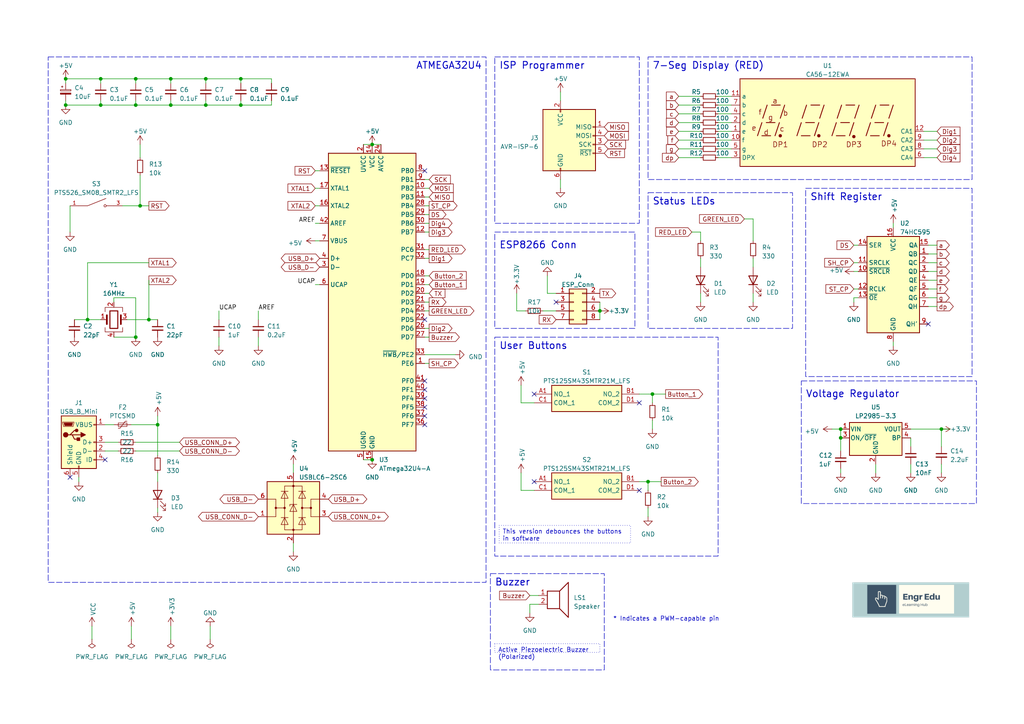
<source format=kicad_sch>
(kicad_sch (version 20230121) (generator eeschema)
  (paper "A4")
  (title_block (title "Arduino Uno Shield") (date "2023-03-22") (rev "1.0"))
  (junction (at 43.18 92.71))
  (junction (at 69.85 30.48))
  (junction (at 273.05 124.46))
  (junction (at 187.96 139.7))
  (junction (at 107.95 133.35))
  (junction (at 45.72 123.19))
  (junction (at 59.69 22.86))
  (junction (at 243.84 124.46))
  (junction (at 25.4 92.71))
  (junction (at 39.37 97.79))
  (junction (at 19.05 30.48))
  (junction (at 107.95 41.91))
  (junction (at 29.21 30.48))
  (junction (at 69.85 22.86))
  (junction (at 39.37 22.86))
  (junction (at 49.53 22.86))
  (junction (at 173.99 90.17))
  (junction (at 49.53 30.48))
  (junction (at 189.23 114.3))
  (junction (at 39.37 30.48))
  (junction (at 59.69 30.48))
  (junction (at 243.84 127))
  (junction (at 19.05 22.86))
  (junction (at 29.21 22.86))
  (junction (at 40.64 59.69))
  (no_connect (at 185.42 142.24))
  (no_connect (at 123.19 120.65))
  (no_connect (at 154.94 114.3))
  (no_connect (at 123.19 113.03))
  (no_connect (at 30.48 133.35))
  (no_connect (at 123.19 118.11))
  (no_connect (at 123.19 110.49))
  (no_connect (at 154.94 139.7))
  (no_connect (at 123.19 92.71))
  (no_connect (at 161.29 87.63))
  (no_connect (at 123.19 49.53))
  (no_connect (at 123.19 115.57))
  (no_connect (at 20.32 138.43))
  (no_connect (at 123.19 123.19))
  (no_connect (at 269.24 93.98))
  (no_connect (at 185.42 116.84))
  (wire (pts (xy 43.18 76.2) (xy 25.4 76.2)))
  (wire (pts (xy 19.05 30.48) (xy 19.05 29.21)))
  (wire (pts (xy 273.05 124.46) (xy 275.59 124.46)))
  (wire (pts (xy 25.4 92.71) (xy 29.21 92.71)))
  (wire (pts (xy 26.67 181.61) (xy 26.67 185.42)))
  (wire (pts (xy 259.08 99.06) (xy 259.08 100.33)))
  (wire (pts (xy 124.46 95.25) (xy 123.19 95.25)))
  (wire (pts (xy 187.96 139.7) (xy 187.96 142.24)))
  (wire (pts (xy 33.02 97.79) (xy 39.37 97.79)))
  (wire (pts (xy 208.28 33.02) (xy 212.09 33.02)))
  (wire (pts (xy 124.46 52.07) (xy 123.19 52.07)))
  (wire (pts (xy 162.56 54.61) (xy 162.56 52.07)))
  (wire (pts (xy 45.72 137.16) (xy 45.72 139.7)))
  (wire (pts (xy 60.96 181.61) (xy 60.96 185.42)))
  (wire (pts (xy 39.37 30.48) (xy 49.53 30.48)))
  (wire (pts (xy 153.67 175.26) (xy 153.67 177.8)))
  (wire (pts (xy 269.24 71.12) (xy 271.78 71.12)))
  (wire (pts (xy 29.21 22.86) (xy 29.21 24.13)))
  (wire (pts (xy 124.46 59.69) (xy 123.19 59.69)))
  (wire (pts (xy 187.96 139.7) (xy 191.77 139.7)))
  (wire (pts (xy 107.95 41.91) (xy 110.49 41.91)))
  (wire (pts (xy 157.48 90.17) (xy 161.29 90.17)))
  (wire (pts (xy 154.94 116.84) (xy 151.13 116.84)))
  (wire (pts (xy 43.18 81.28) (xy 43.18 92.71)))
  (wire (pts (xy 189.23 114.3) (xy 189.23 116.84)))
  (wire (pts (xy 91.44 49.53) (xy 92.71 49.53)))
  (wire (pts (xy 203.2 74.93) (xy 203.2 77.47)))
  (wire (pts (xy 124.46 54.61) (xy 123.19 54.61)))
  (wire (pts (xy 38.1 123.19) (xy 45.72 123.19)))
  (wire (pts (xy 29.21 30.48) (xy 39.37 30.48)))
  (wire (pts (xy 162.56 26.67) (xy 162.56 29.21)))
  (wire (pts (xy 43.18 92.71) (xy 45.72 92.71)))
  (wire (pts (xy 85.09 134.62) (xy 85.09 137.16)))
  (wire (pts (xy 247.65 76.2) (xy 248.92 76.2)))
  (wire (pts (xy 124.46 105.41) (xy 123.19 105.41)))
  (wire (pts (xy 40.64 41.91) (xy 40.64 45.72)))
  (wire (pts (xy 38.1 181.61) (xy 38.1 185.42)))
  (wire (pts (xy 49.53 30.48) (xy 49.53 29.21)))
  (wire (pts (xy 105.41 41.91) (xy 107.95 41.91)))
  (wire (pts (xy 49.53 22.86) (xy 49.53 24.13)))
  (wire (pts (xy 25.4 76.2) (xy 25.4 92.71)))
  (wire (pts (xy 196.85 33.02) (xy 203.2 33.02)))
  (wire (pts (xy 153.67 172.72) (xy 156.21 172.72)))
  (wire (pts (xy 173.99 90.17) (xy 173.99 92.71)))
  (wire (pts (xy 267.97 40.64) (xy 271.78 40.64)))
  (wire (pts (xy 91.44 82.55) (xy 92.71 82.55)))
  (wire (pts (xy 218.44 63.5) (xy 218.44 69.85)))
  (wire (pts (xy 49.53 181.61) (xy 49.53 185.42)))
  (wire (pts (xy 196.85 30.48) (xy 203.2 30.48)))
  (wire (pts (xy 40.64 50.8) (xy 40.64 59.69)))
  (wire (pts (xy 149.86 85.09) (xy 149.86 90.17)))
  (wire (pts (xy 248.92 86.36) (xy 247.65 86.36)))
  (wire (pts (xy 91.44 54.61) (xy 92.71 54.61)))
  (wire (pts (xy 91.44 69.85) (xy 92.71 69.85)))
  (wire (pts (xy 39.37 130.81) (xy 52.07 130.81)))
  (wire (pts (xy 218.44 74.93) (xy 218.44 77.47)))
  (wire (pts (xy 196.85 38.1) (xy 203.2 38.1)))
  (wire (pts (xy 78.74 30.48) (xy 78.74 29.21)))
  (wire (pts (xy 259.08 64.77) (xy 259.08 66.04)))
  (wire (pts (xy 215.9 63.5) (xy 218.44 63.5)))
  (wire (pts (xy 19.05 30.48) (xy 29.21 30.48)))
  (wire (pts (xy 74.93 100.33) (xy 74.93 97.79)))
  (wire (pts (xy 78.74 22.86) (xy 78.74 24.13)))
  (wire (pts (xy 124.46 74.93) (xy 123.19 74.93)))
  (wire (pts (xy 63.5 100.33) (xy 63.5 97.79)))
  (wire (pts (xy 196.85 40.64) (xy 203.2 40.64)))
  (wire (pts (xy 247.65 71.12) (xy 248.92 71.12)))
  (wire (pts (xy 254 137.16) (xy 254 134.62)))
  (wire (pts (xy 208.28 27.94) (xy 212.09 27.94)))
  (wire (pts (xy 45.72 123.19) (xy 45.72 132.08)))
  (wire (pts (xy 63.5 90.17) (xy 63.5 92.71)))
  (wire (pts (xy 189.23 114.3) (xy 193.04 114.3)))
  (wire (pts (xy 59.69 22.86) (xy 69.85 22.86)))
  (wire (pts (xy 124.46 82.55) (xy 123.19 82.55)))
  (wire (pts (xy 29.21 22.86) (xy 39.37 22.86)))
  (wire (pts (xy 49.53 22.86) (xy 59.69 22.86)))
  (wire (pts (xy 59.69 30.48) (xy 59.69 29.21)))
  (wire (pts (xy 273.05 124.46) (xy 273.05 129.54)))
  (wire (pts (xy 21.59 92.71) (xy 25.4 92.71)))
  (wire (pts (xy 218.44 85.09) (xy 218.44 87.63)))
  (wire (pts (xy 269.24 83.82) (xy 271.78 83.82)))
  (wire (pts (xy 267.97 43.18) (xy 271.78 43.18)))
  (wire (pts (xy 243.84 124.46) (xy 243.84 127)))
  (wire (pts (xy 39.37 22.86) (xy 39.37 24.13)))
  (wire (pts (xy 124.46 80.01) (xy 123.19 80.01)))
  (wire (pts (xy 124.46 67.31) (xy 123.19 67.31)))
  (wire (pts (xy 247.65 78.74) (xy 248.92 78.74)))
  (wire (pts (xy 39.37 128.27) (xy 52.07 128.27)))
  (wire (pts (xy 39.37 86.36) (xy 33.02 86.36)))
  (wire (pts (xy 185.42 114.3) (xy 189.23 114.3)))
  (wire (pts (xy 39.37 97.79) (xy 39.37 86.36)))
  (wire (pts (xy 124.46 87.63) (xy 123.19 87.63)))
  (wire (pts (xy 208.28 35.56) (xy 212.09 35.56)))
  (wire (pts (xy 59.69 30.48) (xy 69.85 30.48)))
  (wire (pts (xy 35.56 59.69) (xy 40.64 59.69)))
  (wire (pts (xy 152.4 90.17) (xy 149.86 90.17)))
  (wire (pts (xy 59.69 22.86) (xy 59.69 24.13)))
  (wire (pts (xy 30.48 130.81) (xy 34.29 130.81)))
  (wire (pts (xy 243.84 127) (xy 243.84 130.81)))
  (wire (pts (xy 132.08 102.87) (xy 123.19 102.87)))
  (wire (pts (xy 39.37 22.86) (xy 49.53 22.86)))
  (wire (pts (xy 196.85 45.72) (xy 203.2 45.72)))
  (wire (pts (xy 156.21 175.26) (xy 153.67 175.26)))
  (wire (pts (xy 124.46 62.23) (xy 123.19 62.23)))
  (wire (pts (xy 105.41 133.35) (xy 107.95 133.35)))
  (wire (pts (xy 36.83 92.71) (xy 43.18 92.71)))
  (wire (pts (xy 273.05 134.62) (xy 273.05 137.16)))
  (wire (pts (xy 33.02 86.36) (xy 33.02 87.63)))
  (wire (pts (xy 124.46 72.39) (xy 123.19 72.39)))
  (wire (pts (xy 161.29 85.09) (xy 158.75 85.09)))
  (wire (pts (xy 124.46 85.09) (xy 123.19 85.09)))
  (wire (pts (xy 69.85 22.86) (xy 78.74 22.86)))
  (wire (pts (xy 158.75 80.01) (xy 158.75 85.09)))
  (wire (pts (xy 69.85 30.48) (xy 69.85 29.21)))
  (wire (pts (xy 40.64 59.69) (xy 43.18 59.69)))
  (wire (pts (xy 247.65 86.36) (xy 247.65 87.63)))
  (wire (pts (xy 208.28 43.18) (xy 212.09 43.18)))
  (wire (pts (xy 269.24 76.2) (xy 271.78 76.2)))
  (wire (pts (xy 69.85 30.48) (xy 78.74 30.48)))
  (wire (pts (xy 208.28 30.48) (xy 212.09 30.48)))
  (wire (pts (xy 196.85 35.56) (xy 203.2 35.56)))
  (wire (pts (xy 185.42 139.7) (xy 187.96 139.7)))
  (wire (pts (xy 208.28 40.64) (xy 212.09 40.64)))
  (wire (pts (xy 124.46 57.15) (xy 123.19 57.15)))
  (wire (pts (xy 241.3 124.46) (xy 243.84 124.46)))
  (wire (pts (xy 189.23 121.92) (xy 189.23 124.46)))
  (wire (pts (xy 19.05 22.86) (xy 29.21 22.86)))
  (wire (pts (xy 22.86 139.7) (xy 22.86 138.43)))
  (wire (pts (xy 124.46 64.77) (xy 123.19 64.77)))
  (wire (pts (xy 269.24 78.74) (xy 271.78 78.74)))
  (wire (pts (xy 267.97 45.72) (xy 271.78 45.72)))
  (wire (pts (xy 91.44 59.69) (xy 92.71 59.69)))
  (wire (pts (xy 269.24 81.28) (xy 271.78 81.28)))
  (wire (pts (xy 151.13 116.84) (xy 151.13 111.76)))
  (wire (pts (xy 74.93 90.17) (xy 74.93 92.71)))
  (wire (pts (xy 269.24 73.66) (xy 271.78 73.66)))
  (wire (pts (xy 30.48 123.19) (xy 33.02 123.19)))
  (wire (pts (xy 29.21 30.48) (xy 29.21 29.21)))
  (wire (pts (xy 187.96 147.32) (xy 187.96 149.86)))
  (wire (pts (xy 196.85 27.94) (xy 203.2 27.94)))
  (wire (pts (xy 196.85 43.18) (xy 203.2 43.18)))
  (wire (pts (xy 273.05 124.46) (xy 264.16 124.46)))
  (wire (pts (xy 243.84 137.16) (xy 243.84 135.89)))
  (wire (pts (xy 45.72 120.65) (xy 45.72 123.19)))
  (wire (pts (xy 264.16 127) (xy 264.16 129.54)))
  (wire (pts (xy 124.46 90.17) (xy 123.19 90.17)))
  (wire (pts (xy 45.72 147.32) (xy 45.72 148.59)))
  (wire (pts (xy 91.44 64.77) (xy 92.71 64.77)))
  (wire (pts (xy 203.2 67.31) (xy 203.2 69.85)))
  (wire (pts (xy 124.46 97.79) (xy 123.19 97.79)))
  (wire (pts (xy 203.2 85.09) (xy 203.2 87.63)))
  (wire (pts (xy 20.32 59.69) (xy 20.32 67.31)))
  (wire (pts (xy 85.09 160.02) (xy 85.09 157.48)))
  (wire (pts (xy 69.85 22.86) (xy 69.85 24.13)))
  (wire (pts (xy 151.13 142.24) (xy 151.13 137.16)))
  (wire (pts (xy 19.05 22.86) (xy 19.05 24.13)))
  (wire (pts (xy 208.28 38.1) (xy 212.09 38.1)))
  (wire (pts (xy 269.24 88.9) (xy 271.78 88.9)))
  (wire (pts (xy 267.97 38.1) (xy 271.78 38.1)))
  (wire (pts (xy 154.94 142.24) (xy 151.13 142.24)))
  (wire (pts (xy 173.99 87.63) (xy 173.99 90.17)))
  (wire (pts (xy 247.65 83.82) (xy 248.92 83.82)))
  (wire (pts (xy 39.37 30.48) (xy 39.37 29.21)))
  (wire (pts (xy 200.66 67.31) (xy 203.2 67.31)))
  (wire (pts (xy 30.48 128.27) (xy 34.29 128.27)))
  (wire (pts (xy 264.16 134.62) (xy 264.16 137.16)))
  (wire (pts (xy 269.24 86.36) (xy 271.78 86.36)))
  (wire (pts (xy 49.53 30.48) (xy 59.69 30.48)))
  (wire (pts (xy 208.28 45.72) (xy 212.09 45.72)))
  (rectangle (start 143.51 16.51) (end 185.42 64.77) (stroke (width 0) (type dash)))
  (rectangle (start 232.41 110.49) (end 283.21 146.05) (stroke (width 0) (type dash)))
  (rectangle (start 187.96 55.88) (end 229.87 95.25) (stroke (width 0) (type dash)))
  (rectangle (start 142.24 166.37) (end 175.26 194.31) (stroke (width 0) (type dash)))
  (rectangle (start 143.51 67.31) (end 184.15 95.25) (stroke (width 0) (type dash)))
  (rectangle (start 143.51 97.79) (end 208.28 161.29) (stroke (width 0) (type dash)))
  (rectangle (start 233.68 54.61) (end 281.94 109.22) (stroke (width 0) (type dash)))
  (rectangle (start 13.97 16.51) (end 140.97 168.91) (stroke (width 0) (type dash)))
  (rectangle (start 187.96 16.51) (end 281.94 52.07) (stroke (width 0) (type dash)))
  (image (at 264.16 173.99) (scale 0.800628))
  (text_box "Active Piezoelectric Buzzer\n(Polarized)" (at 143.51 186.69 0) (size 30.48 2.54) (stroke (width 0) (type dot)) (effects (font (size 1.27 1.27)) (justify left top)))
  (text_box "This version debounces the buttons\nin software" (at 144.78 152.4 0) (size 38.1 5.08) (stroke (width 0) (type dot)) (effects (font (size 1.27 1.27)) (justify left top)))
  (text "Shift Register" (at 234.95 58.42 0) (effects (font (size 2 2) (thickness 0.254) bold) (justify left bottom)))
  (text "ESP8266 Conn" (at 144.78 72.39 0) (effects (font (size 2 2) (thickness 0.254) bold) (justify left bottom)))
  (text "Voltage Regulator" (at 233.68 115.57 0) (effects (font (size 2 2) (thickness 0.254) bold) (justify left bottom)))
  (text "ISP Programmer" (at 144.78 20.32 0) (effects (font (size 2 2) (thickness 0.254) bold) (justify left bottom)))
  (text "Status LEDs" (at 189.23 59.69 0) (effects (font (size 2 2) (thickness 0.254) bold) (justify left bottom)))
  (text "ATMEGA32U4" (at 120.65 20.32 0) (effects (font (size 2 2) (thickness 0.254) bold) (justify left bottom)))
  (text "User Buttons" (at 144.78 101.6 0) (effects (font (size 2 2) (thickness 0.254) bold) (justify left bottom)))
  (text "Buzzer" (at 143.51 170.18 0) (effects (font (size 2 2) (thickness 0.254) bold) (justify left bottom)))
  (text "* Indicates a PWM-capable pin" (at 177.8 180.34 0) (effects (font (size 1.27 1.27)) (justify left bottom)))
  (text "7-Seg Display (RED)" (at 189.23 20.32 0) (effects (font (size 2 2) (thickness 0.254) bold) (justify left bottom)))
  (label "AREF" (at 91.44 64.77 180))
  (label "UCAP" (at 63.5 90.17 0))
  (label "AREF" (at 74.93 90.17 0))
  (label "UCAP" (at 91.44 82.55 180))
  (global_label "SCK" (shape input) (at 124.46 52.07 0) (property "Intersheetrefs" "${INTERSHEET_REFS}" (effects hide)))
  (global_label "e" (shape output) (at 271.78 81.28 0) (property "Intersheetrefs" "${INTERSHEET_REFS}" (effects hide)))
  (global_label "Button_1" (shape output) (at 193.04 114.3 0) (property "Intersheetrefs" "${INTERSHEET_REFS}" (effects hide)))
  (global_label "MOSI" (shape input) (at 175.26 39.37 0) (property "Intersheetrefs" "${INTERSHEET_REFS}" (effects hide)))
  (global_label "Button_1" (shape input) (at 124.46 82.55 0) (property "Intersheetrefs" "${INTERSHEET_REFS}" (effects hide)))
  (global_label "g" (shape output) (at 271.78 86.36 0) (property "Intersheetrefs" "${INTERSHEET_REFS}" (effects hide)))
  (global_label "USB_D-" (shape bidirectional) (at 74.93 144.78 180) (property "Intersheetrefs" "${INTERSHEET_REFS}" (effects hide)))
  (global_label "TX" (shape output) (at 173.99 85.09 0) (property "Intersheetrefs" "${INTERSHEET_REFS}" (effects hide)))
  (global_label "USB_CONN_D-" (shape bidirectional) (at 74.93 149.86 180) (property "Intersheetrefs" "${INTERSHEET_REFS}" (effects hide)))
  (global_label "dp" (shape output) (at 271.78 88.9 0) (property "Intersheetrefs" "${INTERSHEET_REFS}" (effects hide)))
  (global_label "XTAL2" (shape output) (at 43.18 81.28 0) (property "Intersheetrefs" "${INTERSHEET_REFS}" (effects hide)))
  (global_label "TX" (shape input) (at 124.46 85.09 0) (property "Intersheetrefs" "${INTERSHEET_REFS}" (effects hide)))
  (global_label "ST_CP" (shape output) (at 124.46 59.69 0) (property "Intersheetrefs" "${INTERSHEET_REFS}" (effects hide)))
  (global_label "b" (shape input) (at 196.85 30.48 180) (property "Intersheetrefs" "${INTERSHEET_REFS}" (effects hide)))
  (global_label "f" (shape output) (at 271.78 83.82 0) (property "Intersheetrefs" "${INTERSHEET_REFS}" (effects hide)))
  (global_label "ST_CP" (shape input) (at 247.65 83.82 180) (property "Intersheetrefs" "${INTERSHEET_REFS}" (effects hide)))
  (global_label "RX" (shape input) (at 161.29 92.71 180) (property "Intersheetrefs" "${INTERSHEET_REFS}" (effects hide)))
  (global_label "d" (shape input) (at 196.85 35.56 180) (property "Intersheetrefs" "${INTERSHEET_REFS}" (effects hide)))
  (global_label "a" (shape input) (at 196.85 27.94 180) (property "Intersheetrefs" "${INTERSHEET_REFS}" (effects hide)))
  (global_label "MOSI" (shape input) (at 124.46 54.61 0) (property "Intersheetrefs" "${INTERSHEET_REFS}" (effects hide)))
  (global_label "c" (shape output) (at 271.78 76.2 0) (property "Intersheetrefs" "${INTERSHEET_REFS}" (effects hide)))
  (global_label "Dig1" (shape output) (at 124.46 74.93 0) (property "Intersheetrefs" "${INTERSHEET_REFS}" (effects hide)))
  (global_label "RST" (shape output) (at 43.18 59.69 0) (property "Intersheetrefs" "${INTERSHEET_REFS}" (effects hide)))
  (global_label "Buzzer" (shape output) (at 124.46 97.79 0) (property "Intersheetrefs" "${INTERSHEET_REFS}" (effects hide)))
  (global_label "USB_D+" (shape bidirectional) (at 95.25 144.78 0) (property "Intersheetrefs" "${INTERSHEET_REFS}" (effects hide)))
  (global_label "g" (shape input) (at 196.85 43.18 180) (property "Intersheetrefs" "${INTERSHEET_REFS}" (effects hide)))
  (global_label "Button_2" (shape input) (at 124.46 80.01 0) (property "Intersheetrefs" "${INTERSHEET_REFS}" (effects hide)))
  (global_label "Dig1" (shape input) (at 271.78 38.1 0) (property "Intersheetrefs" "${INTERSHEET_REFS}" (effects hide)))
  (global_label "USB_CONN_D-" (shape bidirectional) (at 52.07 130.81 0) (property "Intersheetrefs" "${INTERSHEET_REFS}" (effects hide)))
  (global_label "Dig4" (shape output) (at 124.46 64.77 0) (property "Intersheetrefs" "${INTERSHEET_REFS}" (effects hide)))
  (global_label "XTAL1" (shape output) (at 43.18 76.2 0) (property "Intersheetrefs" "${INTERSHEET_REFS}" (effects hide)))
  (global_label "GREEN_LED" (shape input) (at 215.9 63.5 180) (property "Intersheetrefs" "${INTERSHEET_REFS}" (effects hide)))
  (global_label "a" (shape output) (at 271.78 71.12 0) (property "Intersheetrefs" "${INTERSHEET_REFS}" (effects hide)))
  (global_label "SH_CP" (shape output) (at 124.46 105.41 0) (property "Intersheetrefs" "${INTERSHEET_REFS}" (effects hide)))
  (global_label "Dig2" (shape input) (at 271.78 40.64 0) (property "Intersheetrefs" "${INTERSHEET_REFS}" (effects hide)))
  (global_label "Dig3" (shape output) (at 124.46 67.31 0) (property "Intersheetrefs" "${INTERSHEET_REFS}" (effects hide)))
  (global_label "USB_D+" (shape bidirectional) (at 92.71 74.93 180) (property "Intersheetrefs" "${INTERSHEET_REFS}" (effects hide)))
  (global_label "DS" (shape input) (at 247.65 71.12 180) (property "Intersheetrefs" "${INTERSHEET_REFS}" (effects hide)))
  (global_label "SH_CP" (shape input) (at 247.65 76.2 180) (property "Intersheetrefs" "${INTERSHEET_REFS}" (effects hide)))
  (global_label "Button_2" (shape output) (at 191.77 139.7 0) (property "Intersheetrefs" "${INTERSHEET_REFS}" (effects hide)))
  (global_label "Dig4" (shape input) (at 271.78 45.72 0) (property "Intersheetrefs" "${INTERSHEET_REFS}" (effects hide)))
  (global_label "RST" (shape input) (at 91.44 49.53 180) (property "Intersheetrefs" "${INTERSHEET_REFS}" (effects hide)))
  (global_label "MISO" (shape input) (at 175.26 36.83 0) (property "Intersheetrefs" "${INTERSHEET_REFS}" (effects hide)))
  (global_label "USB_CONN_D+" (shape bidirectional) (at 95.25 149.86 0) (property "Intersheetrefs" "${INTERSHEET_REFS}" (effects hide)))
  (global_label "c" (shape input) (at 196.85 33.02 180) (property "Intersheetrefs" "${INTERSHEET_REFS}" (effects hide)))
  (global_label "Dig2" (shape output) (at 124.46 95.25 0) (property "Intersheetrefs" "${INTERSHEET_REFS}" (effects hide)))
  (global_label "dp" (shape input) (at 196.85 45.72 180) (property "Intersheetrefs" "${INTERSHEET_REFS}" (effects hide)))
  (global_label "RX" (shape output) (at 124.46 87.63 0) (property "Intersheetrefs" "${INTERSHEET_REFS}" (effects hide)))
  (global_label "Dig3" (shape input) (at 271.78 43.18 0) (property "Intersheetrefs" "${INTERSHEET_REFS}" (effects hide)))
  (global_label "Buzzer" (shape input) (at 153.67 172.72 180) (property "Intersheetrefs" "${INTERSHEET_REFS}" (effects hide)))
  (global_label "XTAL2" (shape input) (at 91.44 59.69 180) (property "Intersheetrefs" "${INTERSHEET_REFS}" (effects hide)))
  (global_label "MISO" (shape input) (at 124.46 57.15 0) (property "Intersheetrefs" "${INTERSHEET_REFS}" (effects hide)))
  (global_label "RED_LED" (shape output) (at 124.46 72.39 0) (property "Intersheetrefs" "${INTERSHEET_REFS}" (effects hide)))
  (global_label "d" (shape output) (at 271.78 78.74 0) (property "Intersheetrefs" "${INTERSHEET_REFS}" (effects hide)))
  (global_label "SCK" (shape input) (at 175.26 41.91 0) (property "Intersheetrefs" "${INTERSHEET_REFS}" (effects hide)))
  (global_label "e" (shape input) (at 196.85 38.1 180) (property "Intersheetrefs" "${INTERSHEET_REFS}" (effects hide)))
  (global_label "DS" (shape output) (at 124.46 62.23 0) (property "Intersheetrefs" "${INTERSHEET_REFS}" (effects hide)))
  (global_label "GREEN_LED" (shape output) (at 124.46 90.17 0) (property "Intersheetrefs" "${INTERSHEET_REFS}" (effects hide)))
  (global_label "f" (shape input) (at 196.85 40.64 180) (property "Intersheetrefs" "${INTERSHEET_REFS}" (effects hide)))
  (global_label "USB_D-" (shape bidirectional) (at 92.71 77.47 180) (property "Intersheetrefs" "${INTERSHEET_REFS}" (effects hide)))
  (global_label "RST" (shape input) (at 175.26 44.45 0) (property "Intersheetrefs" "${INTERSHEET_REFS}" (effects hide)))
  (global_label "XTAL1" (shape input) (at 91.44 54.61 180) (property "Intersheetrefs" "${INTERSHEET_REFS}" (effects hide)))
  (global_label "b" (shape output) (at 271.78 73.66 0) (property "Intersheetrefs" "${INTERSHEET_REFS}" (effects hide)))
  (global_label "USB_CONN_D+" (shape bidirectional) (at 52.07 128.27 0) (property "Intersheetrefs" "${INTERSHEET_REFS}" (effects hide)))
  (global_label "RED_LED" (shape input) (at 200.66 67.31 180) (property "Intersheetrefs" "${INTERSHEET_REFS}" (effects hide)))
  (symbol (lib_id "power:+5V") (at 151.13 137.16 0) (unit 1)
    (property "Reference" "#PWR014" (effects hide))
    (property "Value" "+5V" (at 151.4856 134.112 90) (effects (justify left)))
  )
  (symbol (lib_name "+5V_1") (lib_id "power:+5V") (at 40.64 41.91 0) (unit 1)
    (property "Reference" "#PWR02" (effects hide))
    (property "Value" "+5V" (at 40.64 38.1 0))
  )
  (symbol (lib_id "74xx:74HC595") (at 259.08 81.28 0) (unit 1)
    (property "Reference" "U2" (at 261.0359 64.77 0) (effects (justify left)))
    (property "Value" "74HC595" (at 261.0359 67.31 0) (effects (justify left)))
    (property "Footprint" "Package_SO:TSSOP-16_4.4x5mm_P0.65mm" (effects hide))
    (property "Datasheet" "http://www.ti.com/lit/ds/symlink/sn74hc595.pdf" (effects hide))
  )
  (symbol (lib_id "power:PWR_FLAG") (at 26.67 185.42 180) (unit 1)
    (property "Reference" "#FLG01" (effects hide))
    (property "Value" "PWR_FLAG" (at 26.67 190.5 0))
  )
  (symbol (lib_id "power:GND") (at 19.05 30.48 0) (unit 1)
    (property "Reference" "#PWR024" (effects hide))
    (property "Value" "GND" (at 19.05 35.56 0))
  )
  (symbol (lib_id "Device:LED") (at 203.2 81.28 90) (unit 1)
    (property "Reference" "D1" (at 207.01 82.2325 90) (effects (justify right)))
    (property "Value" "LED" (at 207.01 84.7725 90) (effects (justify right)))
    (property "Footprint" "LED_SMD:LED_0805_2012Metric" (effects hide))
  )
  (symbol (lib_name "GND_1") (lib_id "power:GND") (at 85.09 160.02 0) (unit 1)
    (property "Reference" "#PWR032" (effects hide))
    (property "Value" "GND" (at 85.09 165.1 0))
  )
  (symbol (lib_id "Device:R_Small") (at 36.83 128.27 90) (unit 1)
    (property "Reference" "R15" (at 36.83 125.73 90))
    (property "Value" "22" (at 36.83 128.27 90))
    (property "Footprint" "Resistor_SMD:R_0603_1608Metric" (effects hide))
  )
  (symbol (lib_id "power:+5V") (at 85.09 134.62 0) (unit 1)
    (property "Reference" "#PWR031" (effects hide))
    (property "Value" "+5V" (at 85.4456 131.572 90) (effects (justify left)))
  )
  (symbol (lib_id "power:GND") (at 132.08 102.87 90) (unit 1)
    (property "Reference" "#PWR044" (effects hide))
    (property "Value" "GND" (at 135.89 103.505 90) (effects (justify right)))
  )
  (symbol (lib_id "Device:C_Small") (at 21.59 95.25 0) (unit 1)
    (property "Reference" "C2" (at 24.13 94.6213 0) (effects (justify left)))
    (property "Value" "22pF" (at 24.13 97.1613 0) (effects (justify left)))
    (property "Footprint" "Capacitor_SMD:C_0603_1608Metric" (effects hide))
  )
  (symbol (lib_id "PTS125_SMD_Button:PTS125SM43SMTR21M_LFS") (at 154.94 139.7 0) (unit 1)
    (property "Reference" "S2" (at 170.18 133.35 0))
    (property "Value" "PTS125SM43SMTR21M_LFS" (at 170.18 135.89 0))
    (property "Footprint" "PTS125_SMD_Button:PTS125_SMD_Button" (effects hide))
    (property "Datasheet" "https://www.ckswitches.com/media/1462/pts125.pdf" (effects hide))
    (property "Height" "4.3" (effects hide))
    (property "Manufacturer_Name" "C & K COMPONENTS" (effects hide))
    (property "Manufacturer_Part_Number" "PTS125SM43SMTR21M LFS" (effects hide))
    (property "Mouser Part Number" "611-PTS125S43SMTRLFS" (effects hide))
    (property "Mouser Price/Stock" "https://www.mouser.co.uk/ProductDetail/CK/PTS125SM43SMTR21M-LFS?qs=t7xnP681wgUNXpRGJY2Vkw%3D%3D" (effects hide))
  )
  (symbol (lib_id "power:GND") (at 45.72 97.79 0) (unit 1)
    (property "Reference" "#PWR04" (effects hide))
    (property "Value" "GND" (at 45.72 102.87 0))
  )
  (symbol (lib_id "Connector_Generic:Conn_02x04_Odd_Even") (at 166.37 87.63 0) (unit 1)
    (property "Reference" "J4" (at 167.64 80.01 0))
    (property "Value" "ESP_Conn" (at 167.64 82.55 0))
    (property "Footprint" "Connector_PinSocket_2.54mm:PinSocket_2x04_P2.54mm_Vertical" (effects hide))
  )
  (symbol (lib_id "PTS125_SMD_Button:PTS125SM43SMTR21M_LFS") (at 154.94 114.3 0) (unit 1)
    (property "Reference" "S1" (at 170.18 107.95 0))
    (property "Value" "PTS125SM43SMTR21M_LFS" (at 170.18 110.49 0))
    (property "Footprint" "PTS125_SMD_Button:PTS125_SMD_Button" (effects hide))
    (property "Datasheet" "https://www.ckswitches.com/media/1462/pts125.pdf" (effects hide))
    (property "Height" "4.3" (effects hide))
    (property "Manufacturer_Name" "C & K COMPONENTS" (effects hide))
    (property "Manufacturer_Part_Number" "PTS125SM43SMTR21M LFS" (effects hide))
    (property "Mouser Part Number" "611-PTS125S43SMTRLFS" (effects hide))
    (property "Mouser Price/Stock" "https://www.mouser.co.uk/ProductDetail/CK/PTS125SM43SMTR21M-LFS?qs=t7xnP681wgUNXpRGJY2Vkw%3D%3D" (effects hide))
  )
  (symbol (lib_id "Device:C_Small") (at 29.21 26.67 0) (unit 1)
    (property "Reference" "C3" (at 31.75 26.0413 0) (effects (justify left)))
    (property "Value" "0.1uF" (at 31.75 28.5813 0) (effects (justify left)))
    (property "Footprint" "Capacitor_SMD:C_0603_1608Metric" (effects hide))
  )
  (symbol (lib_id "power:+3.3V") (at 173.99 90.17 270) (unit 1)
    (property "Reference" "#PWR035" (effects hide))
    (property "Value" "+3.3V" (at 176.53 90.17 90) (effects (justify left)))
  )
  (symbol (lib_id "Power_Protection:USBLC6-2SC6") (at 85.09 147.32 0) (unit 1)
    (property "Reference" "U4" (at 86.7411 135.89 0) (effects (justify left)))
    (property "Value" "USBLC6-2SC6" (at 86.7411 138.43 0) (effects (justify left)))
    (property "Footprint" "Package_TO_SOT_SMD:SOT-23-6" (effects hide))
    (property "Datasheet" "https://www.st.com/resource/en/datasheet/usblc6-2.pdf" (effects hide))
  )
  (symbol (lib_id "Device:R_Small") (at 45.72 134.62 0) (unit 1)
    (property "Reference" "R14" (at 48.26 133.985 0) (effects (justify left)))
    (property "Value" "330" (at 48.26 136.525 0) (effects (justify left)))
    (property "Footprint" "Resistor_SMD:R_0805_2012Metric" (effects hide))
  )
  (symbol (lib_id "MCU_Microchip_ATmega:ATmega32U4-A") (at 107.95 87.63 0) (unit 1)
    (property "Reference" "U3" (at 109.9059 133.35 0) (effects (justify left)))
    (property "Value" "ATmega32U4-A" (at 109.9059 135.89 0) (effects (justify left)))
    (property "Footprint" "Package_QFP:TQFP-44_10x10mm_P0.8mm" (effects hide))
    (property "Datasheet" "http://ww1.microchip.com/downloads/en/DeviceDoc/Atmel-7766-8-bit-AVR-ATmega16U4-32U4_Datasheet.pdf" (effects hide))
  )
  (symbol (lib_id "Device:C_Small") (at 69.85 26.67 0) (unit 1)
    (property "Reference" "C8" (at 72.39 26.0413 0) (effects (justify left)))
    (property "Value" "0.1uF" (at 72.39 28.5813 0) (effects (justify left)))
    (property "Footprint" "Capacitor_SMD:C_0603_1608Metric" (effects hide))
  )
  (symbol (lib_id "power:GND") (at 264.16 137.16 0) (unit 1)
    (property "Reference" "#PWR042" (effects hide))
    (property "Value" "GND" (at 264.16 142.24 0))
  )
  (symbol (lib_id "Device:C_Small") (at 49.53 26.67 0) (unit 1)
    (property "Reference" "C6" (at 52.07 26.0413 0) (effects (justify left)))
    (property "Value" "0.1uF" (at 52.07 28.5813 0) (effects (justify left)))
    (property "Footprint" "Capacitor_SMD:C_0603_1608Metric" (effects hide))
  )
  (symbol (lib_id "PTS526_SMD_Button:PTS526_SM08_SMTR2_LFS") (at 27.94 59.69 0) (unit 1)
    (property "Reference" "S3" (at 27.94 53.34 0))
    (property "Value" "PTS526_SM08_SMTR2_LFS" (at 27.94 55.88 0))
    (property "Footprint" "PTS526_SMD_Button:PTS526_SMD_Button" (effects hide))
    (property "STANDARD" "Manufacturer Recommendations" (effects hide))
    (property "MANUFACTURER" "C&K" (effects hide))
    (property "PARTREV" "20 mar 19" (effects hide))
    (property "MAXIMUM_PACKAGE_HEIGHT" "0.95mm" (effects hide))
  )
  (symbol (lib_id "power:GND") (at 158.75 80.01 180) (unit 1)
    (property "Reference" "#PWR037" (effects hide))
    (property "Value" "GND" (at 158.75 76.2 0))
  )
  (symbol (lib_id "power:PWR_FLAG") (at 38.1 185.42 180) (unit 1)
    (property "Reference" "#FLG02" (effects hide))
    (property "Value" "PWR_FLAG" (at 38.1 190.5 0))
  )
  (symbol (lib_name "+5V_1") (lib_id "power:+5V") (at 19.05 22.86 0) (unit 1)
    (property "Reference" "#PWR023" (effects hide))
    (property "Value" "+5V" (at 19.05 19.05 0))
  )
  (symbol (lib_name "+5V_1") (lib_id "power:+5V") (at 107.95 41.91 0) (unit 1)
    (property "Reference" "#PWR022" (effects hide))
    (property "Value" "+5V" (at 107.95 38.1 0))
  )
  (symbol (lib_id "Device:R_Small") (at 205.74 35.56 90) (unit 1)
    (property "Reference" "R8" (at 201.93 34.29 90))
    (property "Value" "100" (at 209.55 34.29 90))
    (property "Footprint" "Resistor_SMD:R_0805_2012Metric" (effects hide))
  )
  (symbol (lib_id "power:+5V") (at 259.08 64.77 0) (unit 1)
    (property "Reference" "#PWR07" (effects hide))
    (property "Value" "+5V" (at 259.4356 61.722 90) (effects (justify left)))
  )
  (symbol (lib_id "power:GND") (at 273.05 137.16 0) (unit 1)
    (property "Reference" "#PWR043" (effects hide))
    (property "Value" "GND" (at 273.05 142.24 0))
  )
  (symbol (lib_id "Device:R_Small") (at 36.83 130.81 270) (unit 1)
    (property "Reference" "R16" (at 36.83 133.35 90))
    (property "Value" "22" (at 36.83 130.81 90))
    (property "Footprint" "Resistor_SMD:R_0603_1608Metric" (effects hide))
  )
  (symbol (lib_id "Device:R_Small") (at 189.23 119.38 0) (unit 1)
    (property "Reference" "R1" (at 191.77 118.745 0) (effects (justify left)))
    (property "Value" "10k" (at 191.77 121.285 0) (effects (justify left)))
    (property "Footprint" "Resistor_SMD:R_0603_1608Metric" (effects hide))
  )
  (symbol (lib_name "+5V_1") (lib_id "power:+5V") (at 91.44 69.85 90) (unit 1)
    (property "Reference" "#PWR027" (effects hide))
    (property "Value" "+5V" (at 87.63 70.485 90) (effects (justify left)))
  )
  (symbol (lib_id "Device:R_Small") (at 187.96 144.78 0) (unit 1)
    (property "Reference" "R2" (at 190.5 144.145 0) (effects (justify left)))
    (property "Value" "10k" (at 190.5 146.685 0) (effects (justify left)))
    (property "Footprint" "Resistor_SMD:R_0603_1608Metric" (effects hide))
  )
  (symbol (lib_id "power:GND") (at 243.84 137.16 0) (unit 1)
    (property "Reference" "#PWR041" (effects hide))
    (property "Value" "GND" (at 243.84 142.24 0))
  )
  (symbol (lib_id "power:GND") (at 107.95 133.35 0) (unit 1)
    (property "Reference" "#PWR021" (effects hide))
    (property "Value" "GND" (at 107.95 138.43 0))
  )
  (symbol (lib_id "power:+5V") (at 38.1 181.61 0) (unit 1)
    (property "Reference" "#PWR018" (effects hide))
    (property "Value" "+5V" (at 38.4556 178.562 90) (effects (justify left)))
  )
  (symbol (lib_id "Device:R_Small") (at 205.74 33.02 90) (unit 1)
    (property "Reference" "R7" (at 201.93 31.75 90))
    (property "Value" "100" (at 209.55 31.75 90))
    (property "Footprint" "Resistor_SMD:R_0805_2012Metric" (effects hide))
  )
  (symbol (lib_id "Device:C_Small") (at 264.16 132.08 0) (unit 1)
    (property "Reference" "C13" (at 265.43 134.62 0) (effects (justify left)))
    (property "Value" "10nF" (at 265.43 137.16 0) (effects (justify left)))
    (property "Footprint" "Capacitor_SMD:C_0603_1608Metric" (effects hide))
  )
  (symbol (lib_id "Device:Crystal_GND24") (at 33.02 92.71 0) (unit 1)
    (property "Reference" "Y1" (at 33.02 82.55 0))
    (property "Value" "16MHz" (at 33.02 85.09 0))
    (property "Footprint" "Crystal:Crystal_SMD_Abracon_ABM8G-4Pin_3.2x2.5mm" (effects hide))
  )
  (symbol (lib_id "Device:R_Small") (at 40.64 48.26 0) (unit 1)
    (property "Reference" "R13" (at 43.18 47.625 0) (effects (justify left)))
    (property "Value" "10k" (at 43.18 50.165 0) (effects (justify left)))
    (property "Footprint" "Resistor_SMD:R_0603_1608Metric" (effects hide))
  )
  (symbol (lib_id "Device:LED") (at 218.44 81.28 90) (unit 1)
    (property "Reference" "D2" (at 222.25 82.2325 90) (effects (justify right)))
    (property "Value" "LED" (at 222.25 84.7725 90) (effects (justify right)))
    (property "Footprint" "LED_SMD:LED_0805_2012Metric" (effects hide))
  )
  (symbol (lib_id "power:VCC") (at 26.67 181.61 0) (unit 1)
    (property "Reference" "#PWR017" (effects hide))
    (property "Value" "VCC" (at 27.051 178.562 90) (effects (justify left)))
  )
  (symbol (lib_name "GND_1") (lib_id "power:GND") (at 22.86 139.7 0) (unit 1)
    (property "Reference" "#PWR028" (effects hide))
    (property "Value" "GND" (at 22.86 144.78 0))
  )
  (symbol (lib_id "power:PWR_FLAG") (at 49.53 185.42 180) (unit 1)
    (property "Reference" "#FLG03" (effects hide))
    (property "Value" "PWR_FLAG" (at 49.53 190.5 0))
  )
  (symbol (lib_id "Device:R_Small") (at 205.74 40.64 90) (unit 1)
    (property "Reference" "R10" (at 201.93 39.37 90))
    (property "Value" "100" (at 209.55 39.37 90))
    (property "Footprint" "Resistor_SMD:R_0805_2012Metric" (effects hide))
  )
  (symbol (lib_id "Device:C_Small") (at 273.05 132.08 0) (unit 1)
    (property "Reference" "C14" (at 275.59 130.81 0) (effects (justify left)))
    (property "Value" "2.2uF" (at 275.59 133.35 0) (effects (justify left)))
    (property "Footprint" "Capacitor_SMD:C_0603_1608Metric" (effects hide))
  )
  (symbol (lib_id "power:GND") (at 20.32 67.31 0) (unit 1)
    (property "Reference" "#PWR01" (effects hide))
    (property "Value" "GND" (at 20.32 72.39 0))
  )
  (symbol (lib_id "power:GND") (at 254 137.16 0) (unit 1)
    (property "Reference" "#PWR038" (effects hide))
    (property "Value" "GND" (at 254 142.24 0))
  )
  (symbol (lib_id "power:GND") (at 162.56 54.61 0) (unit 1)
    (property "Reference" "#PWR034" (effects hide))
    (property "Value" "GND" (at 162.56 59.69 0))
  )
  (symbol (lib_id "Device:C_Small") (at 63.5 95.25 0) (unit 1)
    (property "Reference" "C10" (at 66.04 94.6213 0) (effects (justify left)))
    (property "Value" "1uF" (at 66.04 97.1613 0) (effects (justify left)))
    (property "Footprint" "Capacitor_SMD:C_0603_1608Metric" (effects hide))
  )
  (symbol (lib_id "power:GND") (at 74.93 100.33 0) (unit 1)
    (property "Reference" "#PWR026" (effects hide))
    (property "Value" "GND" (at 74.93 105.41 0))
  )
  (symbol (lib_id "power:GND") (at 39.37 97.79 0) (unit 1)
    (property "Reference" "#PWR03" (effects hide))
    (property "Value" "GND" (at 39.37 102.87 0))
  )
  (symbol (lib_id "Device:C_Polarized_Small") (at 19.05 26.67 0) (unit 1)
    (property "Reference" "C4" (at 21.59 25.4889 0) (effects (justify left)))
    (property "Value" "10uF" (at 21.59 28.0289 0) (effects (justify left)))
    (property "Footprint" "Capacitor_SMD:C_0805_2012Metric" (effects hide))
  )
  (symbol (lib_id "power:PWR_FLAG") (at 60.96 185.42 180) (unit 1)
    (property "Reference" "#FLG04" (effects hide))
    (property "Value" "PWR_FLAG" (at 60.96 190.5 0))
  )
  (symbol (lib_id "power:+5V") (at 45.72 120.65 0) (unit 1)
    (property "Reference" "#PWR029" (effects hide))
    (property "Value" "+5V" (at 46.0756 117.602 90) (effects (justify left)))
  )
  (symbol (lib_id "Device:R_Small") (at 203.2 72.39 0) (unit 1)
    (property "Reference" "R3" (at 205.74 71.755 0) (effects (justify left)))
    (property "Value" "330" (at 205.74 74.295 0) (effects (justify left)))
    (property "Footprint" "Resistor_SMD:R_0805_2012Metric" (effects hide))
  )
  (symbol (lib_name "GND_1") (lib_id "power:GND") (at 187.96 149.86 0) (unit 1)
    (property "Reference" "#PWR015" (effects hide))
    (property "Value" "GND" (at 187.96 154.94 0))
  )
  (symbol (lib_name "GND_1") (lib_id "power:GND") (at 60.96 181.61 180) (unit 1)
    (property "Reference" "#PWR011" (effects hide))
    (property "Value" "GND" (at 60.96 177.8 0))
  )
  (symbol (lib_name "+5V_1") (lib_id "power:+5V") (at 241.3 124.46 90) (unit 1)
    (property "Reference" "#PWR040" (effects hide))
    (property "Value" "+5V" (at 237.49 125.095 90) (effects (justify left)))
  )
  (symbol (lib_id "Device:R_Small") (at 205.74 27.94 90) (unit 1)
    (property "Reference" "R5" (at 201.93 26.67 90))
    (property "Value" "100" (at 209.55 26.67 90))
    (property "Footprint" "Resistor_SMD:R_0805_2012Metric" (effects hide))
  )
  (symbol (lib_id "power:+3.3V") (at 149.86 85.09 0) (unit 1)
    (property "Reference" "#PWR036" (effects hide))
    (property "Value" "+3.3V" (at 149.86 82.55 90) (effects (justify left)))
  )
  (symbol (lib_id "power:+3.3V") (at 273.05 124.46 270) (unit 1)
    (property "Reference" "#PWR039" (effects hide))
    (property "Value" "+3.3V" (at 275.59 124.46 90) (effects (justify left)))
  )
  (symbol (lib_id "power:+5V") (at 247.65 78.74 90) (unit 1)
    (property "Reference" "#PWR09" (effects hide))
    (property "Value" "+5V" (at 244.602 78.3844 90) (effects (justify left)))
  )
  (symbol (lib_id "Device:C_Small") (at 45.72 95.25 0) (unit 1)
    (property "Reference" "C1" (at 48.26 94.6213 0) (effects (justify left)))
    (property "Value" "22pF" (at 48.26 97.1613 0) (effects (justify left)))
    (property "Footprint" "Capacitor_SMD:C_0603_1608Metric" (effects hide))
  )
  (symbol (lib_id "Device:C_Small") (at 74.93 95.25 0) (unit 1)
    (property "Reference" "C11" (at 77.47 94.6213 0) (effects (justify left)))
    (property "Value" "0.2uF" (at 77.47 97.1613 0) (effects (justify left)))
    (property "Footprint" "Capacitor_SMD:C_0603_1608Metric" (effects hide))
  )
  (symbol (lib_name "GND_1") (lib_id "power:GND") (at 247.65 87.63 0) (unit 1)
    (property "Reference" "#PWR08" (effects hide))
    (property "Value" "GND" (at 247.65 92.71 0))
  )
  (symbol (lib_id "Device:R_Small") (at 154.94 90.17 90) (unit 1)
    (property "Reference" "R17" (at 154.94 87.63 90))
    (property "Value" "10k" (at 154.94 90.17 90))
    (property "Footprint" "Resistor_SMD:R_0603_1608Metric" (effects hide))
  )
  (symbol (lib_id "Display_Character:CA56-12EWA") (at 240.03 35.56 0) (unit 1)
    (property "Reference" "U1" (at 240.03 19.05 0))
    (property "Value" "CA56-12EWA" (at 240.03 21.59 0))
    (property "Footprint" "Display_7Segment:CA56-12EWA" (effects hide))
    (property "Datasheet" "http://cdn.sparkfun.com/datasheets/Components/LED/1LEDREDCC.pdf" (effects hide))
  )
  (symbol (lib_id "Device:Polyfuse_Small") (at 35.56 123.19 90) (unit 1)
    (property "Reference" "F2" (at 35.56 118.11 90))
    (property "Value" "PTCSMD" (at 35.56 120.65 90))
    (property "Footprint" "Fuse:Fuse_1812_4532Metric" (effects hide))
  )
  (symbol (lib_id "Connector:AVR-ISP-6") (at 165.1 41.91 0) (unit 1)
    (property "Reference" "J3" (at 156.21 40.005 0) (effects (justify right)))
    (property "Value" "AVR-ISP-6" (at 156.21 42.545 0) (effects (justify right)))
    (property "Footprint" "Connector_PinSocket_2.54mm:PinSocket_2x03_P2.54mm_Vertical" (effects hide))
    (property "Datasheet" " ~" (effects hide))
  )
  (symbol (lib_name "GND_2") (lib_id "power:GND") (at 218.44 87.63 0) (unit 1)
    (property "Reference" "#PWR020" (effects hide))
    (property "Value" "GND" (at 218.44 92.71 0))
  )
  (symbol (lib_id "Device:R_Small") (at 205.74 43.18 90) (unit 1)
    (property "Reference" "R11" (at 201.93 41.91 90))
    (property "Value" "100" (at 209.55 41.91 90))
    (property "Footprint" "Resistor_SMD:R_0805_2012Metric" (effects hide))
  )
  (symbol (lib_id "Device:R_Small") (at 218.44 72.39 0) (unit 1)
    (property "Reference" "R4" (at 220.98 71.755 0) (effects (justify left)))
    (property "Value" "330" (at 220.98 74.295 0) (effects (justify left)))
    (property "Footprint" "Resistor_SMD:R_0805_2012Metric" (effects hide))
  )
  (symbol (lib_name "+5V_1") (lib_id "power:+5V") (at 162.56 26.67 0) (unit 1)
    (property "Reference" "#PWR033" (effects hide))
    (property "Value" "+5V" (at 162.56 22.86 0))
  )
  (symbol (lib_id "Device:C_Small") (at 59.69 26.67 0) (unit 1)
    (property "Reference" "C7" (at 62.23 26.0413 0) (effects (justify left)))
    (property "Value" "0.1uF" (at 62.23 28.5813 0) (effects (justify left)))
    (property "Footprint" "Capacitor_SMD:C_0603_1608Metric" (effects hide))
  )
  (symbol (lib_id "power:GND") (at 21.59 97.79 0) (unit 1)
    (property "Reference" "#PWR05" (effects hide))
    (property "Value" "GND" (at 21.59 102.87 0))
  )
  (symbol (lib_id "Device:R_Small") (at 205.74 30.48 90) (unit 1)
    (property "Reference" "R6" (at 201.93 29.21 90))
    (property "Value" "100" (at 209.55 29.21 90))
    (property "Footprint" "Resistor_SMD:R_0805_2012Metric" (effects hide))
  )
  (symbol (lib_name "GND_1") (lib_id "power:GND") (at 153.67 177.8 0) (unit 1)
    (property "Reference" "#PWR016" (effects hide))
    (property "Value" "GND" (at 153.67 182.88 0))
  )
  (symbol (lib_id "power:GND") (at 63.5 100.33 0) (unit 1)
    (property "Reference" "#PWR025" (effects hide))
    (property "Value" "GND" (at 63.5 105.41 0))
  )
  (symbol (lib_name "GND_3") (lib_id "power:GND") (at 259.08 100.33 0) (unit 1)
    (property "Reference" "#PWR06" (effects hide))
    (property "Value" "GND" (at 259.08 105.41 0))
  )
  (symbol (lib_id "Connector:USB_B_Mini") (at 22.86 128.27 0) (unit 1)
    (property "Reference" "J1" (at 22.86 116.84 0))
    (property "Value" "USB_B_Mini" (at 22.86 119.38 0))
    (property "Footprint" "Connector_USB:USB_Mini-B_Lumberg_2486_01_Horizontal" (effects hide))
  )
  (symbol (lib_id "Device:R_Small") (at 205.74 38.1 90) (unit 1)
    (property "Reference" "R9" (at 201.93 36.83 90))
    (property "Value" "100" (at 209.55 36.83 90))
    (property "Footprint" "Resistor_SMD:R_0805_2012Metric" (effects hide))
  )
  (symbol (lib_id "Device:Speaker") (at 161.29 172.72 0) (unit 1)
    (property "Reference" "LS1" (at 166.37 173.355 0) (effects (justify left)))
    (property "Value" "Speaker" (at 166.37 175.895 0) (effects (justify left)))
    (property "Footprint" "Buzzer_Beeper:Buzzer_12x9.5RM7.6" (effects hide))
    (property "Datasheet" "https://www.digikey.com/en/products/detail/cui-devices/CMI-1295IC-0585T/11674150?utm_adgroup=Alarms%2C%20Buzzers%2C%20and%20Sirens&utm_source=google&utm_medium=cpc&utm_campaign=Shopping_Product_Audio%20Products_NEW&utm_term=&utm_content=Alarms%2C%20Buzzers%2C%20and%20Sirens&gclid=CjwKCAjwzuqgBhAcEiwAdj5dRt8nz1IuytFLjx3uwWgVUeIhfTmZ3ysWix6dXCToN1KqcPwJXCrWqhoCtbEQAvD_BwE" (effects hide))
  )
  (symbol (lib_id "Device:LED") (at 45.72 143.51 90) (unit 1)
    (property "Reference" "D3" (at 49.53 144.4625 90) (effects (justify right)))
    (property "Value" "LED" (at 49.53 147.0025 90) (effects (justify right)))
    (property "Footprint" "LED_SMD:LED_0805_2012Metric" (effects hide))
  )
  (symbol (lib_id "Regulator_Linear:LP2985-3.3") (at 254 127 0) (unit 1)
    (property "Reference" "U5" (at 254 118.11 0))
    (property "Value" "LP2985-3.3" (at 254 120.65 0))
    (property "Footprint" "Package_TO_SOT_SMD:SOT-23-5" (effects hide))
    (property "Datasheet" "http://www.ti.com/lit/ds/symlink/lp2985.pdf" (effects hide))
  )
  (symbol (lib_id "Device:C_Small") (at 78.74 26.67 0) (unit 1)
    (property "Reference" "C9" (at 81.28 26.0413 0) (effects (justify left)))
    (property "Value" "0.1uF" (at 81.28 28.5813 0) (effects (justify left)))
    (property "Footprint" "Capacitor_SMD:C_0603_1608Metric" (effects hide))
  )
  (symbol (lib_id "Device:C_Small") (at 243.84 133.35 0) (unit 1)
    (property "Reference" "C12" (at 237.49 132.08 0) (effects (justify left)))
    (property "Value" "1uF" (at 237.49 134.62 0) (effects (justify left)))
    (property "Footprint" "Capacitor_SMD:C_0603_1608Metric" (effects hide))
  )
  (symbol (lib_id "Device:C_Small") (at 39.37 26.67 0) (unit 1)
    (property "Reference" "C5" (at 41.91 26.0413 0) (effects (justify left)))
    (property "Value" "0.1uF" (at 41.91 28.5813 0) (effects (justify left)))
    (property "Footprint" "Capacitor_SMD:C_0603_1608Metric" (effects hide))
  )
  (symbol (lib_id "power:+5V") (at 151.13 111.76 0) (unit 1)
    (property "Reference" "#PWR013" (effects hide))
    (property "Value" "+5V" (at 151.4856 108.712 90) (effects (justify left)))
  )
  (symbol (lib_name "GND_1") (lib_id "power:GND") (at 203.2 87.63 0) (unit 1)
    (property "Reference" "#PWR010" (effects hide))
    (property "Value" "GND" (at 203.2 92.71 0))
  )
  (symbol (lib_id "power:+3V3") (at 49.53 181.61 0) (unit 1)
    (property "Reference" "#PWR019" (effects hide))
    (property "Value" "+3.3V" (at 49.911 178.562 90) (effects (justify left)))
  )
  (symbol (lib_name "GND_1") (lib_id "power:GND") (at 45.72 148.59 0) (unit 1)
    (property "Reference" "#PWR030" (effects hide))
    (property "Value" "GND" (at 45.72 153.67 0))
  )
  (symbol (lib_id "Device:R_Small") (at 205.74 45.72 90) (unit 1)
    (property "Reference" "R12" (at 201.93 44.45 90))
    (property "Value" "100" (at 209.55 44.45 90))
    (property "Footprint" "Resistor_SMD:R_0805_2012Metric" (effects hide))
  )
  (symbol (lib_name "GND_1") (lib_id "power:GND") (at 189.23 124.46 0) (unit 1)
    (property "Reference" "#PWR012" (effects hide))
    (property "Value" "GND" (at 189.23 129.54 0))
  )
)
</source>
